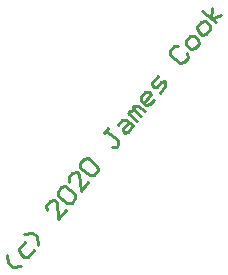
<source format=gto>
G04*
G04 #@! TF.GenerationSoftware,Altium Limited,Altium Designer,20.1.7 (139)*
G04*
G04 Layer_Color=65535*
%FSLAX43Y43*%
%MOMM*%
G71*
G04*
G04 #@! TF.SameCoordinates,AD239F26-5203-4AEB-AFEB-DC15D5A8AAEF*
G04*
G04*
G04 #@! TF.FilePolarity,Positive*
G04*
G01*
G75*
%ADD10C,0.254*%
D10*
X-46973Y39754D02*
X-47686Y39674D01*
X-48083Y39991D01*
X-48162Y40705D01*
X-46656Y41776D02*
X-47131Y41181D01*
X-47092Y40824D01*
X-46695Y40507D01*
X-46338Y40547D01*
X-45862Y41142D01*
X-45545Y41538D02*
X-45625Y42252D01*
X-46021Y42569D01*
X-46735Y42490D01*
X-43166Y44513D02*
X-43801Y43720D01*
X-43960Y45147D01*
X-44158Y45306D01*
X-44515Y45266D01*
X-44832Y44870D01*
X-44792Y44513D01*
X-43841Y45702D02*
X-43881Y46059D01*
X-43563Y46456D01*
X-43206Y46496D01*
X-42413Y45861D01*
X-42374Y45504D01*
X-42691Y45108D01*
X-43048Y45068D01*
X-43841Y45702D01*
X-41263Y46893D02*
X-41898Y46099D01*
X-42057Y47527D01*
X-42255Y47685D01*
X-42612Y47646D01*
X-42929Y47249D01*
X-42889Y46892D01*
X-41938Y48082D02*
X-41977Y48439D01*
X-41660Y48836D01*
X-41303Y48875D01*
X-40510Y48241D01*
X-40470Y47884D01*
X-40788Y47487D01*
X-41145Y47448D01*
X-41938Y48082D01*
X-39599Y51414D02*
X-39916Y51017D01*
X-39757Y51215D01*
X-38766Y50422D01*
X-38726Y50065D01*
X-38885Y49867D01*
X-39242Y49827D01*
X-38726Y51691D02*
X-38409Y52088D01*
X-38052Y52128D01*
X-37457Y51652D01*
X-37933Y51057D01*
X-38290Y51017D01*
X-38330Y51374D01*
X-37854Y51969D01*
X-37140Y52048D02*
X-37933Y52683D01*
X-37775Y52881D01*
X-37418Y52921D01*
X-36823Y52445D01*
X-37418Y52921D01*
X-37458Y53278D01*
X-37101Y53317D01*
X-36506Y52842D01*
X-35713Y53833D02*
X-36030Y53437D01*
X-36387Y53397D01*
X-36784Y53714D01*
X-36823Y54071D01*
X-36506Y54468D01*
X-36149Y54507D01*
X-35951Y54349D01*
X-36585Y53555D01*
X-35237Y54428D02*
X-34761Y55023D01*
X-34801Y55380D01*
X-35158Y55340D01*
X-35475Y54944D01*
X-35832Y54904D01*
X-35872Y55261D01*
X-35396Y55856D01*
X-33691Y58394D02*
X-34048Y58354D01*
X-34365Y57958D01*
X-34326Y57601D01*
X-33532Y56966D01*
X-33175Y57006D01*
X-32858Y57403D01*
X-32898Y57760D01*
X-32224Y58196D02*
X-31907Y58592D01*
X-31946Y58949D01*
X-32343Y59267D01*
X-32700Y59227D01*
X-33017Y58830D01*
X-32977Y58473D01*
X-32581Y58156D01*
X-32224Y58196D01*
X-31272Y59386D02*
X-30955Y59782D01*
X-30995Y60139D01*
X-31392Y60456D01*
X-31748Y60417D01*
X-32066Y60020D01*
X-32026Y59663D01*
X-31629Y59346D01*
X-31272Y59386D01*
X-30479Y60377D02*
X-31669Y61329D01*
X-30876Y60694D02*
X-30797Y61606D01*
X-30876Y60694D02*
X-30004Y60972D01*
M02*

</source>
